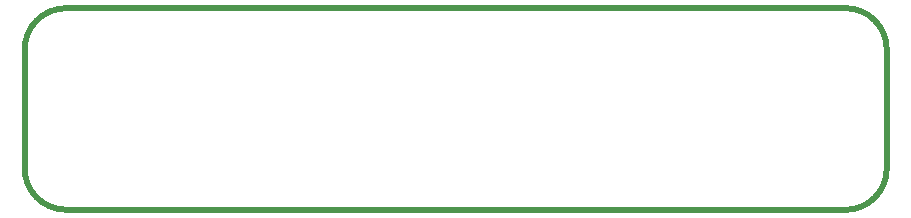
<source format=gm1>
G04*
G04 #@! TF.GenerationSoftware,Altium Limited,Altium Designer,21.4.1 (30)*
G04*
G04 Layer_Color=16711935*
%FSLAX44Y44*%
%MOMM*%
G71*
G04*
G04 #@! TF.SameCoordinates,F4D517AC-81A7-4DE1-850E-9184CA7E4459*
G04*
G04*
G04 #@! TF.FilePolarity,Positive*
G04*
G01*
G75*
%ADD72C,0.5000*%
D72*
X721400Y530202D02*
G03*
X686408Y495202I8J-35000D01*
G01*
X1381300Y359498D02*
G03*
X1416292Y394498I-8J35000D01*
G01*
X686400Y394605D02*
G03*
X721400Y359614I35000J8D01*
G01*
X1416300Y495300D02*
G03*
X1381300Y530292I-35000J-8D01*
G01*
X1416447Y394498D02*
Y495300D01*
X721400Y359600D02*
X1381300Y359600D01*
X721400Y530202D02*
X1381300Y530202D01*
X686400Y394605D02*
Y495202D01*
M02*

</source>
